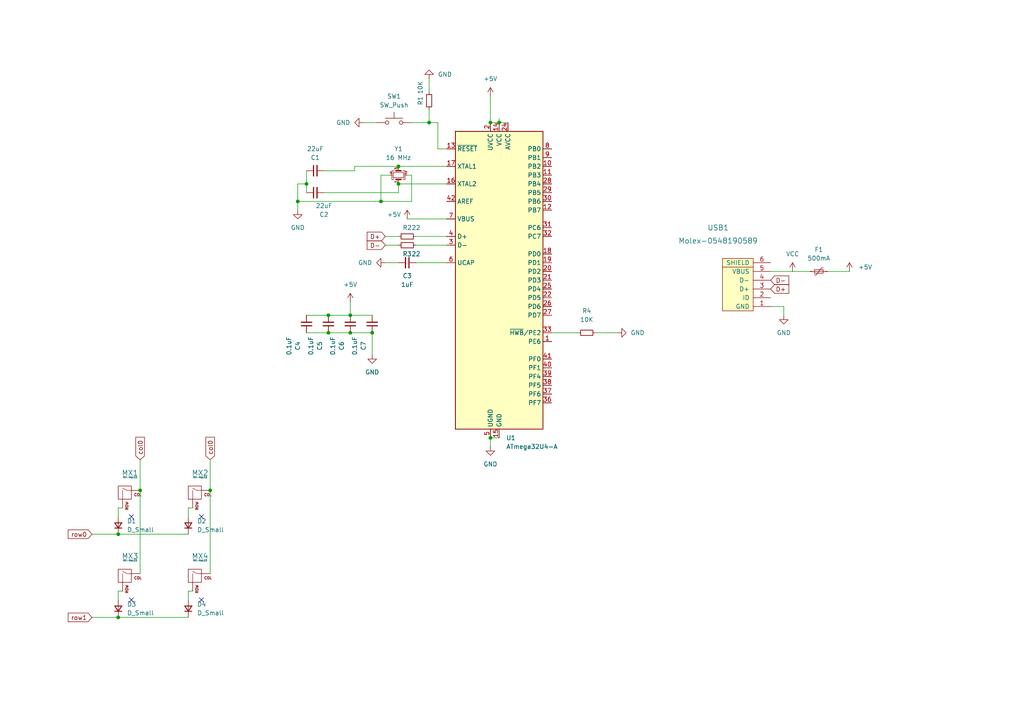
<source format=kicad_sch>
(kicad_sch (version 20211123) (generator eeschema)
  (paper "A4")
  (lib_symbols
    (symbol "Device:C_Small" (pin_numbers hide) (pin_names (offset 0.254) hide)
      (property "Reference" "C" (at 0.254 1.778 0))
      (property "Value" "C_Small" (at 0.254 -2.032 0))
      (symbol "C_Small_0_1"
        (polyline (pts (xy -1.524 -0.508) (xy 1.524 -0.508)) (stroke (width 0.3302)))
        (polyline (pts (xy -1.524 0.508) (xy 1.524 0.508)) (stroke (width 0.3048)))
      )
      (symbol "C_Small_1_1"
        (pin passive line (at 0 2.54 270) (length 2.032) (name "~") (number "1"))
        (pin passive line (at 0 -2.54 90) (length 2.032) (name "~") (number "2"))
      )
    )
    (symbol "Device:Crystal_GND24_Small" (pin_names (offset 1.016) hide)
      (property "Reference" "Y" (at 1.27 4.445 0))
      (property "Value" "Crystal_GND24_Small" (at 1.27 2.54 0))
      (symbol "Crystal_GND24_Small_0_1"
        (rectangle (start -0.762 -1.524) (end 0.762 1.524))
        (polyline (pts (xy -1.27 -0.762) (xy -1.27 0.762)) (stroke (width 0.381)))
        (polyline (pts (xy 1.27 -0.762) (xy 1.27 0.762)) (stroke (width 0.381)))
        (polyline (pts (xy -1.27 -1.27) (xy -1.27 -1.905) (xy 1.27 -1.905) (xy 1.27 -1.27)))
        (polyline (pts (xy -1.27 1.27) (xy -1.27 1.905) (xy 1.27 1.905) (xy 1.27 1.27)))
      )
      (symbol "Crystal_GND24_Small_1_1"
        (pin passive line (at -2.54 0 0) (length 1.27) (name "1") (number "1"))
        (pin passive line (at 0 -2.54 90) (length 0.635) (name "2") (number "2"))
        (pin passive line (at 2.54 0 180) (length 1.27) (name "3") (number "3"))
        (pin passive line (at 0 2.54 270) (length 0.635) (name "4") (number "4"))
      )
    )
    (symbol "Device:D_Small" (pin_numbers hide) (pin_names (offset 0.254) hide)
      (property "Reference" "D" (at -1.27 2.032 0))
      (property "Value" "D_Small" (at -3.81 -2.032 0))
      (symbol "D_Small_0_1"
        (polyline (pts (xy -0.762 -1.016) (xy -0.762 1.016)) (stroke (width 0.254)))
        (polyline (pts (xy -0.762 0) (xy 0.762 0)))
        (polyline (pts (xy 0.762 -1.016) (xy -0.762 0) (xy 0.762 1.016) (xy 0.762 -1.016)) (stroke (width 0.254)))
      )
      (symbol "D_Small_1_1"
        (pin passive line (at -2.54 0 0) (length 1.778) (name "K") (number "1"))
        (pin passive line (at 2.54 0 180) (length 1.778) (name "A") (number "2"))
      )
    )
    (symbol "Device:Polyfuse_Small" (pin_numbers hide) (pin_names (offset 0))
      (property "Reference" "F" (at -1.905 0 90))
      (property "Value" "Polyfuse_Small" (at 1.905 0 90))
      (symbol "Polyfuse_Small_0_1"
        (rectangle (start -0.508 1.27) (end 0.508 -1.27))
        (polyline (pts (xy 0 2.54) (xy 0 -2.54)))
        (polyline (pts (xy -1.016 1.27) (xy -1.016 0.762) (xy 1.016 -0.762) (xy 1.016 -1.27)))
      )
      (symbol "Polyfuse_Small_1_1"
        (pin passive line (at 0 2.54 270) (length 0.635) (name "~") (number "1"))
        (pin passive line (at 0 -2.54 90) (length 0.635) (name "~") (number "2"))
      )
    )
    (symbol "Device:R_Small" (pin_numbers hide) (pin_names (offset 0.254) hide)
      (property "Reference" "R" (at 0.762 0.508 0))
      (property "Value" "R_Small" (at 0.762 -1.016 0))
      (symbol "R_Small_0_1"
        (rectangle (start -0.762 1.778) (end 0.762 -1.778) (stroke (width 0.2032)))
      )
      (symbol "R_Small_1_1"
        (pin passive line (at 0 2.54 270) (length 0.762) (name "~") (number "1"))
        (pin passive line (at 0 -2.54 90) (length 0.762) (name "~") (number "2"))
      )
    )
    (symbol "MCU_Microchip_ATmega:ATmega32U4-A"
      (property "Reference" "U" (at -12.7 44.45 0))
      (property "Value" "ATmega32U4-A" (at 2.54 -44.45 0))
      (symbol "ATmega32U4-A_0_1"
        (rectangle (start -12.7 -43.18) (end 12.7 43.18) (stroke (width 0.254)) (fill (type background)))
      )
      (symbol "ATmega32U4-A_1_1"
        (pin bidirectional line (at 15.24 -17.78 180) (length 2.54) (name "PE6") (number "1"))
        (pin bidirectional line (at 15.24 33.02 180) (length 2.54) (name "PB2") (number "10"))
        (pin bidirectional line (at 15.24 30.48 180) (length 2.54) (name "PB3") (number "11"))
        (pin bidirectional line (at 15.24 20.32 180) (length 2.54) (name "PB7") (number "12"))
        (pin input line (at -15.24 38.1 0) (length 2.54) (name "~{RESET}") (number "13"))
        (pin power_in line (at 0 45.72 270) (length 2.54) (name "VCC") (number "14"))
        (pin power_in line (at 0 -45.72 90) (length 2.54) (name "GND") (number "15"))
        (pin output line (at -15.24 27.94 0) (length 2.54) (name "XTAL2") (number "16"))
        (pin input line (at -15.24 33.02 0) (length 2.54) (name "XTAL1") (number "17"))
        (pin bidirectional line (at 15.24 7.62 180) (length 2.54) (name "PD0") (number "18"))
        (pin bidirectional line (at 15.24 5.08 180) (length 2.54) (name "PD1") (number "19"))
        (pin power_in line (at -2.54 45.72 270) (length 2.54) (name "UVCC") (number "2"))
        (pin bidirectional line (at 15.24 2.54 180) (length 2.54) (name "PD2") (number "20"))
        (pin bidirectional line (at 15.24 0 180) (length 2.54) (name "PD3") (number "21"))
        (pin bidirectional line (at 15.24 -5.08 180) (length 2.54) (name "PD5") (number "22"))
        (pin passive line (at 0 -45.72 90) (length 2.54) hide (name "GND") (number "23"))
        (pin power_in line (at 2.54 45.72 270) (length 2.54) (name "AVCC") (number "24"))
        (pin bidirectional line (at 15.24 -2.54 180) (length 2.54) (name "PD4") (number "25"))
        (pin bidirectional line (at 15.24 -7.62 180) (length 2.54) (name "PD6") (number "26"))
        (pin bidirectional line (at 15.24 -10.16 180) (length 2.54) (name "PD7") (number "27"))
        (pin bidirectional line (at 15.24 27.94 180) (length 2.54) (name "PB4") (number "28"))
        (pin bidirectional line (at 15.24 25.4 180) (length 2.54) (name "PB5") (number "29"))
        (pin bidirectional line (at -15.24 10.16 0) (length 2.54) (name "D-") (number "3"))
        (pin bidirectional line (at 15.24 22.86 180) (length 2.54) (name "PB6") (number "30"))
        (pin bidirectional line (at 15.24 15.24 180) (length 2.54) (name "PC6") (number "31"))
        (pin bidirectional line (at 15.24 12.7 180) (length 2.54) (name "PC7") (number "32"))
        (pin bidirectional line (at 15.24 -15.24 180) (length 2.54) (name "~{HWB}/PE2") (number "33"))
        (pin passive line (at 0 45.72 270) (length 2.54) hide (name "VCC") (number "34"))
        (pin passive line (at 0 -45.72 90) (length 2.54) hide (name "GND") (number "35"))
        (pin bidirectional line (at 15.24 -35.56 180) (length 2.54) (name "PF7") (number "36"))
        (pin bidirectional line (at 15.24 -33.02 180) (length 2.54) (name "PF6") (number "37"))
        (pin bidirectional line (at 15.24 -30.48 180) (length 2.54) (name "PF5") (number "38"))
        (pin bidirectional line (at 15.24 -27.94 180) (length 2.54) (name "PF4") (number "39"))
        (pin bidirectional line (at -15.24 12.7 0) (length 2.54) (name "D+") (number "4"))
        (pin bidirectional line (at 15.24 -25.4 180) (length 2.54) (name "PF1") (number "40"))
        (pin bidirectional line (at 15.24 -22.86 180) (length 2.54) (name "PF0") (number "41"))
        (pin passive line (at -15.24 22.86 0) (length 2.54) (name "AREF") (number "42"))
        (pin passive line (at 0 -45.72 90) (length 2.54) hide (name "GND") (number "43"))
        (pin passive line (at 2.54 45.72 270) (length 2.54) hide (name "AVCC") (number "44"))
        (pin passive line (at -2.54 -45.72 90) (length 2.54) (name "UGND") (number "5"))
        (pin passive line (at -15.24 5.08 0) (length 2.54) (name "UCAP") (number "6"))
        (pin input line (at -15.24 17.78 0) (length 2.54) (name "VBUS") (number "7"))
        (pin bidirectional line (at 15.24 38.1 180) (length 2.54) (name "PB0") (number "8"))
        (pin bidirectional line (at 15.24 35.56 180) (length 2.54) (name "PB1") (number "9"))
      )
    )
    (symbol "MX_Alps_Hybrid:MX-NoLED" (pin_names (offset 1.016))
      (property "Reference" "MX" (at -0.635 3.81 0))
      (property "Value" "MX-NoLED" (at -0.635 1.27 0))
      (symbol "MX-NoLED_0_0"
        (rectangle (start -2.54 2.54) (end 1.27 -1.27))
        (polyline (pts (xy -1.27 -1.27) (xy -1.27 1.27)) (stroke (width 0.127)))
        (polyline (pts (xy 1.27 1.27) (xy 0 1.27) (xy -1.27 1.905)) (stroke (width 0.127)))
        (text "COL" (at 3.175 0 0) (effects (font (size 0.762 0.762))))
        (text "ROW" (at 0 -1.905 900) (effects (font (size 0.762 0.762)) (justify right)))
      )
      (symbol "MX-NoLED_1_1"
        (pin passive line (at 3.81 1.27 180) (length 2.54) (name "COL") (number "1"))
        (pin passive line (at -1.27 -3.81 90) (length 2.54) (name "ROW") (number "2"))
      )
    )
    (symbol "Switch:SW_Push" (pin_numbers hide) (pin_names (offset 1.016) hide)
      (property "Reference" "SW" (at 1.27 2.54 0))
      (property "Value" "SW_Push" (at 0 -1.524 0))
      (symbol "SW_Push_0_1"
        (circle (center -2.032 0) (radius 0.508))
        (polyline (pts (xy 0 1.27) (xy 0 3.048)))
        (polyline (pts (xy 2.54 1.27) (xy -2.54 1.27)))
        (circle (center 2.032 0) (radius 0.508))
        (pin passive line (at -5.08 0 0) (length 2.54) (name "1") (number "1"))
        (pin passive line (at 5.08 0 180) (length 2.54) (name "2") (number "2"))
      )
    )
    (symbol "power:+5V" (power) (pin_names (offset 0))
      (property "Value" "+5V" (at 0 3.556 0))
      (symbol "+5V_0_1"
        (polyline (pts (xy -0.762 1.27) (xy 0 2.54)))
        (polyline (pts (xy 0 0) (xy 0 2.54)))
        (polyline (pts (xy 0 2.54) (xy 0.762 1.27)))
      )
      (symbol "+5V_1_1"
        (pin power_in line (at 0 0 90) (length 0) hide (name "+5V") (number "1"))
      )
    )
    (symbol "power:GND" (power) (pin_names (offset 0))
      (property "Value" "GND" (at 0 -3.81 0))
      (symbol "GND_0_1"
        (polyline (pts (xy 0 0) (xy 0 -1.27) (xy 1.27 -1.27) (xy 0 -2.54) (xy -1.27 -1.27) (xy 0 -1.27)))
      )
      (symbol "GND_1_1"
        (pin power_in line (at 0 0 270) (length 0) hide (name "GND") (number "1"))
      )
    )
    (symbol "power:VCC" (power) (pin_names (offset 0))
      (property "Value" "VCC" (at 0 3.81 0))
      (symbol "VCC_0_1"
        (polyline (pts (xy -0.762 1.27) (xy 0 2.54)))
        (polyline (pts (xy 0 0) (xy 0 2.54)))
        (polyline (pts (xy 0 2.54) (xy 0.762 1.27)))
      )
      (symbol "VCC_1_1"
        (pin power_in line (at 0 0 90) (length 0) hide (name "VCC") (number "1"))
      )
    )
    (symbol "random-keyboard-parts:Molex-0548190589" (pin_names (offset 1.016))
      (property "Reference" "USB" (at 0 7.62 0))
      (property "Value" "Molex-0548190589" (at 0 10.16 0))
      (symbol "Molex-0548190589_0_0"
        (polyline (pts (xy 6.35 -2.54) (xy 6.35 6.35)))
        (rectangle (start 8.89 -2.54) (end -6.35 6.35) (fill (type background)))
      )
      (symbol "Molex-0548190589_1_1"
        (pin input line (at -5.08 -7.62 90) (length 5.08) (name "GND") (number "1"))
        (pin input line (at -2.54 -7.62 90) (length 5.08) (name "ID") (number "2"))
        (pin input line (at 0 -7.62 90) (length 5.08) (name "D+") (number "3"))
        (pin input line (at 2.54 -7.62 90) (length 5.08) (name "D-") (number "4"))
        (pin input line (at 5.08 -7.62 90) (length 5.08) (name "VBUS") (number "5"))
        (pin input line (at 7.62 -7.62 90) (length 5.08) (name "SHIELD") (number "6"))
      )
    )
  )
  (junction (at 144.78 35.56))
  (junction (at 115.57 53.34))
  (junction (at 115.57 48.26))
  (junction (at 142.24 127))
  (junction (at 86.36 58.42))
  (junction (at 34.29 179.07))
  (junction (at 107.95 96.52))
  (junction (at 60.96 142.24))
  (junction (at 34.29 154.94))
  (junction (at 142.24 35.56))
  (junction (at 95.25 96.52))
  (junction (at 101.6 91.44))
  (junction (at 40.64 142.24))
  (junction (at 101.6 96.52))
  (junction (at 124.46 35.56))
  (junction (at 88.9 53.34))
  (junction (at 95.25 91.44))
  (junction (at 110.49 58.42))
  (no_connect (at 38.1 149.86))
  (no_connect (at 58.42 173.99))
  (no_connect (at 58.42 149.86))
  (no_connect (at 38.1 173.99))
  (wire (pts (xy 120.65 68.58) (xy 129.54 68.58)))
  (wire (pts (xy 34.29 171.45) (xy 35.56 171.45)))
  (wire (pts (xy 115.57 48.26) (xy 115.57 49.53)))
  (wire (pts (xy 101.6 87.63) (xy 101.6 91.44)))
  (wire (pts (xy 124.46 31.75) (xy 124.46 35.56)))
  (wire (pts (xy 172.72 96.52) (xy 179.07 96.52)))
  (wire (pts (xy 144.78 34.29) (xy 144.78 35.56)))
  (wire (pts (xy 142.24 127) (xy 144.78 127)))
  (wire (pts (xy 111.76 71.12) (xy 115.57 71.12)))
  (wire (pts (xy 119.38 50.8) (xy 119.38 58.42)))
  (wire (pts (xy 86.36 58.42) (xy 110.49 58.42)))
  (wire (pts (xy 26.67 154.94) (xy 34.29 154.94)))
  (wire (pts (xy 40.64 133.35) (xy 40.64 142.24)))
  (wire (pts (xy 127 35.56) (xy 127 43.18)))
  (wire (pts (xy 115.57 48.26) (xy 129.54 48.26)))
  (wire (pts (xy 88.9 53.34) (xy 86.36 53.34)))
  (wire (pts (xy 127 43.18) (xy 129.54 43.18)))
  (wire (pts (xy 34.29 179.07) (xy 54.61 179.07)))
  (wire (pts (xy 54.61 147.32) (xy 54.61 149.86)))
  (wire (pts (xy 102.87 48.26) (xy 102.87 49.53)))
  (wire (pts (xy 88.9 96.52) (xy 95.25 96.52)))
  (wire (pts (xy 86.36 58.42) (xy 86.36 60.96)))
  (wire (pts (xy 223.52 88.9) (xy 227.33 88.9)))
  (wire (pts (xy 223.52 78.74) (xy 234.95 78.74)))
  (wire (pts (xy 101.6 96.52) (xy 107.95 96.52)))
  (wire (pts (xy 115.57 53.34) (xy 115.57 55.88)))
  (wire (pts (xy 88.9 53.34) (xy 88.9 55.88)))
  (wire (pts (xy 119.38 35.56) (xy 124.46 35.56)))
  (wire (pts (xy 160.02 96.52) (xy 167.64 96.52)))
  (wire (pts (xy 120.65 76.2) (xy 129.54 76.2)))
  (wire (pts (xy 119.38 58.42) (xy 110.49 58.42)))
  (wire (pts (xy 142.24 127) (xy 142.24 129.54)))
  (wire (pts (xy 95.25 91.44) (xy 101.6 91.44)))
  (wire (pts (xy 34.29 154.94) (xy 54.61 154.94)))
  (wire (pts (xy 107.95 96.52) (xy 107.95 102.87)))
  (wire (pts (xy 124.46 35.56) (xy 127 35.56)))
  (wire (pts (xy 40.64 142.24) (xy 40.64 166.37)))
  (wire (pts (xy 102.87 49.53) (xy 93.98 49.53)))
  (wire (pts (xy 101.6 91.44) (xy 107.95 91.44)))
  (wire (pts (xy 34.29 171.45) (xy 34.29 173.99)))
  (wire (pts (xy 118.11 63.5) (xy 129.54 63.5)))
  (wire (pts (xy 54.61 171.45) (xy 54.61 173.99)))
  (wire (pts (xy 60.96 142.24) (xy 60.96 166.37)))
  (wire (pts (xy 142.24 35.56) (xy 144.78 35.56)))
  (wire (pts (xy 88.9 91.44) (xy 95.25 91.44)))
  (wire (pts (xy 105.41 35.56) (xy 109.22 35.56)))
  (wire (pts (xy 93.98 55.88) (xy 115.57 55.88)))
  (wire (pts (xy 102.87 48.26) (xy 115.57 48.26)))
  (wire (pts (xy 113.03 50.8) (xy 110.49 50.8)))
  (wire (pts (xy 54.61 171.45) (xy 55.88 171.45)))
  (wire (pts (xy 110.49 50.8) (xy 110.49 58.42)))
  (wire (pts (xy 54.61 147.32) (xy 55.88 147.32)))
  (wire (pts (xy 95.25 96.52) (xy 101.6 96.52)))
  (wire (pts (xy 60.96 133.35) (xy 60.96 142.24)))
  (wire (pts (xy 142.24 27.94) (xy 142.24 35.56)))
  (wire (pts (xy 115.57 53.34) (xy 129.54 53.34)))
  (wire (pts (xy 26.67 179.07) (xy 34.29 179.07)))
  (wire (pts (xy 34.29 147.32) (xy 34.29 149.86)))
  (wire (pts (xy 111.76 68.58) (xy 115.57 68.58)))
  (wire (pts (xy 88.9 49.53) (xy 88.9 53.34)))
  (wire (pts (xy 227.33 88.9) (xy 227.33 91.44)))
  (wire (pts (xy 111.76 76.2) (xy 115.57 76.2)))
  (wire (pts (xy 124.46 22.86) (xy 124.46 26.67)))
  (wire (pts (xy 144.78 35.56) (xy 147.32 35.56)))
  (wire (pts (xy 240.03 78.74) (xy 246.38 78.74)))
  (wire (pts (xy 118.11 50.8) (xy 119.38 50.8)))
  (wire (pts (xy 86.36 53.34) (xy 86.36 58.42)))
  (wire (pts (xy 120.65 71.12) (xy 129.54 71.12)))
  (wire (pts (xy 34.29 147.32) (xy 35.56 147.32)))
  (global_label "col0" (shape input) (at 60.96 133.35 90) (property "Intersheet References" "${INTERSHEET_REFS}" (effects hide)))
  (global_label "D+" (shape input) (at 111.76 68.58 180) (property "Intersheet References" "${INTERSHEET_REFS}" (effects hide)))
  (global_label "row1" (shape input) (at 26.67 179.07 180) (property "Intersheet References" "${INTERSHEET_REFS}" (effects hide)))
  (global_label "row0" (shape input) (at 26.67 154.94 180) (property "Intersheet References" "${INTERSHEET_REFS}" (effects hide)))
  (global_label "col0" (shape input) (at 40.64 133.35 90) (property "Intersheet References" "${INTERSHEET_REFS}" (effects hide)))
  (global_label "D-" (shape input) (at 111.76 71.12 180) (property "Intersheet References" "${INTERSHEET_REFS}" (effects hide)))
  (global_label "D+" (shape input) (at 223.52 83.82 0) (property "Intersheet References" "${INTERSHEET_REFS}" (effects hide)))
  (global_label "D-" (shape input) (at 223.52 81.28 0) (property "Intersheet References" "${INTERSHEET_REFS}" (effects hide)))
  (symbol (lib_id "power:+5V") (at 118.11 63.5 0) (unit 1)
    (property "Reference" "#PWR0113" (effects hide))
    (property "Value" "+5V" (at 114.3 62.23 0))
  )
  (symbol (lib_id "power:VCC") (at 229.87 78.74 0) (unit 1)
    (property "Reference" "#PWR0110" (effects hide))
    (property "Value" "VCC" (at 229.87 73.66 0))
  )
  (symbol (lib_id "Device:C_Small") (at 91.44 55.88 90) (unit 1)
    (property "Reference" "C2" (at 93.98 62.23 90))
    (property "Value" "22uF" (at 93.98 59.69 90))
    (property "Footprint" "Capacitor_SMD:C_0805_2012Metric" (effects hide))
  )
  (symbol (lib_id "Device:C_Small") (at 88.9 93.98 180) (unit 1)
    (property "Reference" "C4" (at 86.36 100.33 90))
    (property "Value" "0.1uF" (at 83.82 100.33 90))
    (property "Footprint" "Capacitor_SMD:C_0805_2012Metric" (effects hide))
  )
  (symbol (lib_id "Device:C_Small") (at 95.25 93.98 180) (unit 1)
    (property "Reference" "C5" (at 92.71 100.33 90))
    (property "Value" "0.1uF" (at 90.17 100.33 90))
    (property "Footprint" "Capacitor_SMD:C_0805_2012Metric" (effects hide))
  )
  (symbol (lib_id "power:+5V") (at 246.38 78.74 0) (unit 1)
    (property "Reference" "#PWR0109" (effects hide))
    (property "Value" "+5V" (at 248.92 77.4699 0) (effects (justify left)))
  )
  (symbol (lib_id "Device:Crystal_GND24_Small") (at 115.57 50.8 90) (unit 1)
    (property "Reference" "Y1" (at 115.57 43.18 90))
    (property "Value" "16 MHz" (at 115.57 45.72 90))
    (property "Footprint" "Crystal:Crystal_SMD_3225-4Pin_3.2x2.5mm" (effects hide))
  )
  (symbol (lib_id "power:GND") (at 111.76 76.2 270) (unit 1)
    (property "Reference" "#PWR0104" (effects hide))
    (property "Value" "GND" (at 107.95 76.1999 90) (effects (justify right)))
  )
  (symbol (lib_id "Device:C_Small") (at 107.95 93.98 180) (unit 1)
    (property "Reference" "C7" (at 105.41 100.33 90))
    (property "Value" "0.1uF" (at 102.87 100.33 90))
    (property "Footprint" "Capacitor_SMD:C_0805_2012Metric" (effects hide))
  )
  (symbol (lib_id "Device:D_Small") (at 34.29 176.53 90) (unit 1)
    (property "Reference" "D3" (at 36.83 175.2599 90) (effects (justify right)))
    (property "Value" "D_Small" (at 36.83 177.7999 90) (effects (justify right)))
    (property "Footprint" "Diode_SMD:D_SOD-123" (effects hide))
  )
  (symbol (lib_id "power:GND") (at 107.95 102.87 0) (unit 1)
    (property "Reference" "#PWR0106" (effects hide))
    (property "Value" "GND" (at 107.95 107.95 0))
  )
  (symbol (lib_id "MX_Alps_Hybrid:MX-NoLED") (at 57.15 143.51 0) (unit 1)
    (property "Reference" "MX2" (at 58.0356 137.16 0) (effects (font (size 1.524 1.524))))
    (property "Value" "MX-NoLED" (at 58.0356 138.43 0) (effects (font (size 0.508 0.508))))
    (property "Footprint" "MX_Alps_Hybrid:MX-1U-NoLED" (effects hide))
  )
  (symbol (lib_id "MX_Alps_Hybrid:MX-NoLED") (at 36.83 167.64 0) (unit 1)
    (property "Reference" "MX3" (at 37.7156 161.29 0) (effects (font (size 1.524 1.524))))
    (property "Value" "MX-NoLED" (at 37.7156 162.56 0) (effects (font (size 0.508 0.508))))
    (property "Footprint" "MX_Alps_Hybrid:MX-1U-NoLED" (effects hide))
  )
  (symbol (lib_id "Device:D_Small") (at 54.61 152.4 90) (unit 1)
    (property "Reference" "D2" (at 57.15 151.1299 90) (effects (justify right)))
    (property "Value" "D_Small" (at 57.15 153.6699 90) (effects (justify right)))
    (property "Footprint" "Diode_SMD:D_SOD-123" (effects hide))
  )
  (symbol (lib_id "Device:D_Small") (at 54.61 176.53 90) (unit 1)
    (property "Reference" "D4" (at 57.15 175.2599 90) (effects (justify right)))
    (property "Value" "D_Small" (at 57.15 177.7999 90) (effects (justify right)))
    (property "Footprint" "Diode_SMD:D_SOD-123" (effects hide))
  )
  (symbol (lib_id "Device:C_Small") (at 91.44 49.53 90) (unit 1)
    (property "Reference" "C1" (at 91.44 45.72 90))
    (property "Value" "22uF" (at 91.44 43.18 90))
    (property "Footprint" "Capacitor_SMD:C_0805_2012Metric" (effects hide))
  )
  (symbol (lib_id "Device:R_Small") (at 118.11 68.58 90) (unit 1)
    (property "Reference" "R2" (at 118.11 66.04 90))
    (property "Value" "22" (at 120.65 66.04 90))
    (property "Footprint" "Resistor_SMD:R_0805_2012Metric" (effects hide))
  )
  (symbol (lib_id "Device:R_Small") (at 118.11 71.12 90) (unit 1)
    (property "Reference" "R3" (at 118.11 73.66 90))
    (property "Value" "22" (at 120.65 73.66 90))
    (property "Footprint" "Resistor_SMD:R_0805_2012Metric" (effects hide))
  )
  (symbol (lib_id "power:GND") (at 179.07 96.52 90) (unit 1)
    (property "Reference" "#PWR0102" (effects hide))
    (property "Value" "GND" (at 182.88 96.5199 90) (effects (justify right)))
  )
  (symbol (lib_id "random-keyboard-parts:Molex-0548190589") (at 215.9 83.82 90) (unit 1)
    (property "Reference" "USB1" (at 208.28 66.04 90) (effects (font (size 1.524 1.524))))
    (property "Value" "Molex-0548190589" (at 208.28 69.85 90) (effects (font (size 1.524 1.524))))
  )
  (symbol (lib_id "MX_Alps_Hybrid:MX-NoLED") (at 57.15 167.64 0) (unit 1)
    (property "Reference" "MX4" (at 58.0356 161.29 0) (effects (font (size 1.524 1.524))))
    (property "Value" "MX-NoLED" (at 58.0356 162.56 0) (effects (font (size 0.508 0.508))))
    (property "Footprint" "MX_Alps_Hybrid:MX-1U-NoLED" (effects hide))
  )
  (symbol (lib_id "power:+5V") (at 101.6 87.63 0) (unit 1)
    (property "Reference" "#PWR0103" (effects hide))
    (property "Value" "+5V" (at 101.6 82.55 0))
  )
  (symbol (lib_id "power:GND") (at 227.33 91.44 0) (unit 1)
    (property "Reference" "#PWR0111" (effects hide))
    (property "Value" "GND" (at 227.33 96.52 0))
  )
  (symbol (lib_id "Device:D_Small") (at 34.29 152.4 90) (unit 1)
    (property "Reference" "D1" (at 36.83 151.1299 90) (effects (justify right)))
    (property "Value" "D_Small" (at 36.83 153.6699 90) (effects (justify right)))
    (property "Footprint" "Diode_SMD:D_SOD-123" (effects hide))
  )
  (symbol (lib_id "Device:R_Small") (at 124.46 29.21 180) (unit 1)
    (property "Reference" "R1" (at 121.92 29.21 90))
    (property "Value" "10K" (at 121.92 25.4 90))
    (property "Footprint" "Resistor_SMD:R_0805_2012Metric" (effects hide))
  )
  (symbol (lib_id "Device:C_Small") (at 118.11 76.2 270) (unit 1)
    (property "Reference" "C3" (at 118.11 80.01 90))
    (property "Value" "1uF" (at 118.11 82.55 90))
    (property "Footprint" "Capacitor_SMD:C_0805_2012Metric" (effects hide))
  )
  (symbol (lib_id "power:GND") (at 86.36 60.96 0) (unit 1)
    (property "Reference" "#PWR0105" (effects hide))
    (property "Value" "GND" (at 86.36 66.04 0))
  )
  (symbol (lib_id "MCU_Microchip_ATmega:ATmega32U4-A") (at 144.78 81.28 0) (unit 1)
    (property "Reference" "U1" (at 146.7994 127 0) (effects (justify left)))
    (property "Value" "ATmega32U4-A" (at 146.7994 129.54 0) (effects (justify left)))
    (property "Footprint" "Package_QFP:TQFP-44_10x10mm_P0.8mm" (effects hide))
    (property "Datasheet" "http://ww1.microchip.com/downloads/en/DeviceDoc/Atmel-7766-8-bit-AVR-ATmega16U4-32U4_Datasheet.pdf" (effects hide))
  )
  (symbol (lib_id "MX_Alps_Hybrid:MX-NoLED") (at 36.83 143.51 0) (unit 1)
    (property "Reference" "MX1" (at 37.7156 137.16 0) (effects (font (size 1.524 1.524))))
    (property "Value" "MX-NoLED" (at 37.7156 138.43 0) (effects (font (size 0.508 0.508))))
    (property "Footprint" "MX_Alps_Hybrid:MX-1U-NoLED" (effects hide))
  )
  (symbol (lib_id "power:GND") (at 142.24 129.54 0) (unit 1)
    (property "Reference" "#PWR0101" (effects hide))
    (property "Value" "GND" (at 142.24 134.62 0))
  )
  (symbol (lib_id "Device:C_Small") (at 101.6 93.98 180) (unit 1)
    (property "Reference" "C6" (at 99.06 100.33 90))
    (property "Value" "0.1uF" (at 96.52 100.33 90))
    (property "Footprint" "Capacitor_SMD:C_0805_2012Metric" (effects hide))
  )
  (symbol (lib_id "Device:Polyfuse_Small") (at 237.49 78.74 270) (unit 1)
    (property "Reference" "F1" (at 237.49 72.39 90))
    (property "Value" "500mA" (at 237.49 74.93 90))
    (property "Footprint" "Fuse:Fuse_1206_3216Metric" (effects hide))
  )
  (symbol (lib_id "power:+5V") (at 142.24 27.94 0) (unit 1)
    (property "Reference" "#PWR0107" (effects hide))
    (property "Value" "+5V" (at 142.24 22.86 0))
  )
  (symbol (lib_id "Switch:SW_Push") (at 114.3 35.56 0) (unit 1)
    (property "Reference" "SW1" (at 114.3 27.94 0))
    (property "Value" "SW_Push" (at 114.3 30.48 0))
  )
  (symbol (lib_id "power:GND") (at 124.46 22.86 180) (unit 1)
    (property "Reference" "#PWR0108" (effects hide))
    (property "Value" "GND" (at 127 21.5899 0) (effects (justify right)))
  )
  (symbol (lib_id "power:GND") (at 105.41 35.56 270) (unit 1)
    (property "Reference" "#PWR0112" (effects hide))
    (property "Value" "GND" (at 101.6 35.5599 90) (effects (justify right)))
  )
  (symbol (lib_id "Device:R_Small") (at 170.18 96.52 90) (unit 1)
    (property "Reference" "R4" (at 170.18 90.17 90))
    (property "Value" "10K" (at 170.18 92.71 90))
    (property "Footprint" "Resistor_SMD:R_0805_2012Metric" (effects hide))
  )
)
</source>
